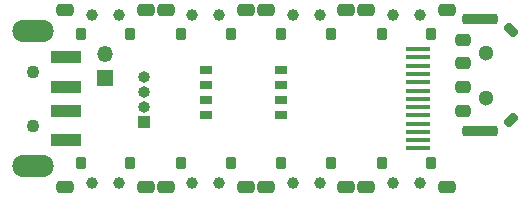
<source format=gbr>
%TF.GenerationSoftware,KiCad,Pcbnew,(6.0.2)*%
%TF.CreationDate,2022-06-11T15:58:10+03:00*%
%TF.ProjectId,keyholder,6b657968-6f6c-4646-9572-2e6b69636164,rev?*%
%TF.SameCoordinates,Original*%
%TF.FileFunction,Soldermask,Top*%
%TF.FilePolarity,Negative*%
%FSLAX46Y46*%
G04 Gerber Fmt 4.6, Leading zero omitted, Abs format (unit mm)*
G04 Created by KiCad (PCBNEW (6.0.2)) date 2022-06-11 15:58:10*
%MOMM*%
%LPD*%
G01*
G04 APERTURE LIST*
G04 Aperture macros list*
%AMRoundRect*
0 Rectangle with rounded corners*
0 $1 Rounding radius*
0 $2 $3 $4 $5 $6 $7 $8 $9 X,Y pos of 4 corners*
0 Add a 4 corners polygon primitive as box body*
4,1,4,$2,$3,$4,$5,$6,$7,$8,$9,$2,$3,0*
0 Add four circle primitives for the rounded corners*
1,1,$1+$1,$2,$3*
1,1,$1+$1,$4,$5*
1,1,$1+$1,$6,$7*
1,1,$1+$1,$8,$9*
0 Add four rect primitives between the rounded corners*
20,1,$1+$1,$2,$3,$4,$5,0*
20,1,$1+$1,$4,$5,$6,$7,0*
20,1,$1+$1,$6,$7,$8,$9,0*
20,1,$1+$1,$8,$9,$2,$3,0*%
G04 Aperture macros list end*
%ADD10C,1.300000*%
%ADD11RoundRect,0.250000X-0.400000X0.250000X-0.400000X-0.250000X0.400000X-0.250000X0.400000X0.250000X0*%
%ADD12RoundRect,0.200000X-0.424264X-0.141421X-0.141421X-0.424264X0.424264X0.141421X0.141421X0.424264X0*%
%ADD13RoundRect,0.212500X-1.287500X0.212500X-1.287500X-0.212500X1.287500X-0.212500X1.287500X0.212500X0*%
%ADD14RoundRect,0.200000X-0.141421X0.424264X-0.424264X0.141421X0.141421X-0.424264X0.424264X-0.141421X0*%
%ADD15C,1.000000*%
%ADD16RoundRect,0.225000X-0.225000X-0.275000X0.225000X-0.275000X0.225000X0.275000X-0.225000X0.275000X0*%
%ADD17RoundRect,0.250000X-0.475000X-0.250000X0.475000X-0.250000X0.475000X0.250000X-0.475000X0.250000X0*%
%ADD18RoundRect,0.225000X0.225000X0.275000X-0.225000X0.275000X-0.225000X-0.275000X0.225000X-0.275000X0*%
%ADD19RoundRect,0.250000X0.475000X0.250000X-0.475000X0.250000X-0.475000X-0.250000X0.475000X-0.250000X0*%
%ADD20R,1.000000X1.000000*%
%ADD21O,1.000000X1.000000*%
%ADD22C,1.100000*%
%ADD23R,2.500000X1.100000*%
%ADD24O,3.500000X1.900000*%
%ADD25R,2.000000X0.350000*%
%ADD26R,1.350000X1.350000*%
%ADD27O,1.350000X1.350000*%
%ADD28R,1.100000X0.700000*%
G04 APERTURE END LIST*
D10*
%TO.C,SW9*%
X101212500Y-118100000D03*
X101212500Y-121900000D03*
D11*
X99262500Y-123000000D03*
X99262500Y-117000000D03*
D12*
X103312499Y-123800000D03*
D13*
X100712500Y-124725000D03*
X100712500Y-115275000D03*
D14*
X103312500Y-116200000D03*
D11*
X99262500Y-121000000D03*
X99262500Y-119000000D03*
%TD*%
D15*
%TO.C,SW5*%
X67850000Y-129100000D03*
X70150000Y-129100000D03*
D16*
X66900000Y-127450000D03*
X71100000Y-127450000D03*
D17*
X72400000Y-129500000D03*
X65600000Y-129500000D03*
%TD*%
D15*
%TO.C,SW6*%
X76350000Y-129100000D03*
X78650000Y-129100000D03*
D16*
X75400000Y-127450000D03*
X79600000Y-127450000D03*
D17*
X80900000Y-129500000D03*
X74100000Y-129500000D03*
%TD*%
D15*
%TO.C,SW3*%
X84850000Y-114900000D03*
X87150000Y-114900000D03*
D18*
X88100000Y-116550000D03*
X83900000Y-116550000D03*
D19*
X82600000Y-114500000D03*
X89400000Y-114500000D03*
%TD*%
D20*
%TO.C,J2*%
X72300000Y-124000000D03*
D21*
X72300000Y-122730000D03*
X72300000Y-121460000D03*
X72300000Y-120190000D03*
%TD*%
D15*
%TO.C,SW7*%
X84850000Y-129100000D03*
X87150000Y-129100000D03*
D16*
X83900000Y-127450000D03*
X88100000Y-127450000D03*
D17*
X82600000Y-129500000D03*
X89400000Y-129500000D03*
%TD*%
D15*
%TO.C,SW8*%
X93350000Y-129100000D03*
X95650000Y-129100000D03*
D16*
X92400000Y-127450000D03*
X96600000Y-127450000D03*
D17*
X91100000Y-129500000D03*
X97900000Y-129500000D03*
%TD*%
D22*
%TO.C,J1*%
X62900000Y-119700000D03*
X62900000Y-124300000D03*
D23*
X65650000Y-125500000D03*
X65650000Y-123000000D03*
X65650000Y-121000000D03*
X65650000Y-118500000D03*
D24*
X62900000Y-127700000D03*
X62900000Y-116300000D03*
%TD*%
D25*
%TO.C,DS1*%
X95450000Y-126200000D03*
X95450000Y-125500000D03*
X95450000Y-124800000D03*
X95450000Y-124100000D03*
X95450000Y-123400000D03*
X95450000Y-122700000D03*
X95450000Y-122000000D03*
X95450000Y-121300000D03*
X95450000Y-120600000D03*
X95450000Y-119900000D03*
X95450000Y-119200000D03*
X95450000Y-118500000D03*
X95450000Y-117800000D03*
%TD*%
D15*
%TO.C,SW1*%
X70150000Y-114900000D03*
X67850000Y-114900000D03*
D18*
X71100000Y-116550000D03*
X66900000Y-116550000D03*
D19*
X65600000Y-114500000D03*
X72400000Y-114500000D03*
%TD*%
D26*
%TO.C,BT1*%
X69000000Y-120200000D03*
D27*
X69000000Y-118200000D03*
%TD*%
D15*
%TO.C,SW2*%
X78650000Y-114900000D03*
X76350000Y-114900000D03*
D18*
X79600000Y-116550000D03*
X75400000Y-116550000D03*
D19*
X74100000Y-114500000D03*
X80900000Y-114500000D03*
%TD*%
D15*
%TO.C,SW4*%
X93350000Y-114900000D03*
X95650000Y-114900000D03*
D18*
X96600000Y-116550000D03*
X92400000Y-116550000D03*
D19*
X97900000Y-114500000D03*
X91100000Y-114500000D03*
%TD*%
D28*
%TO.C,U6*%
X83900000Y-123405000D03*
X83900000Y-122135000D03*
X83900000Y-120865000D03*
X83900000Y-119595000D03*
X77500000Y-119595000D03*
X77500000Y-120865000D03*
X77500000Y-122135000D03*
X77500000Y-123405000D03*
%TD*%
M02*

</source>
